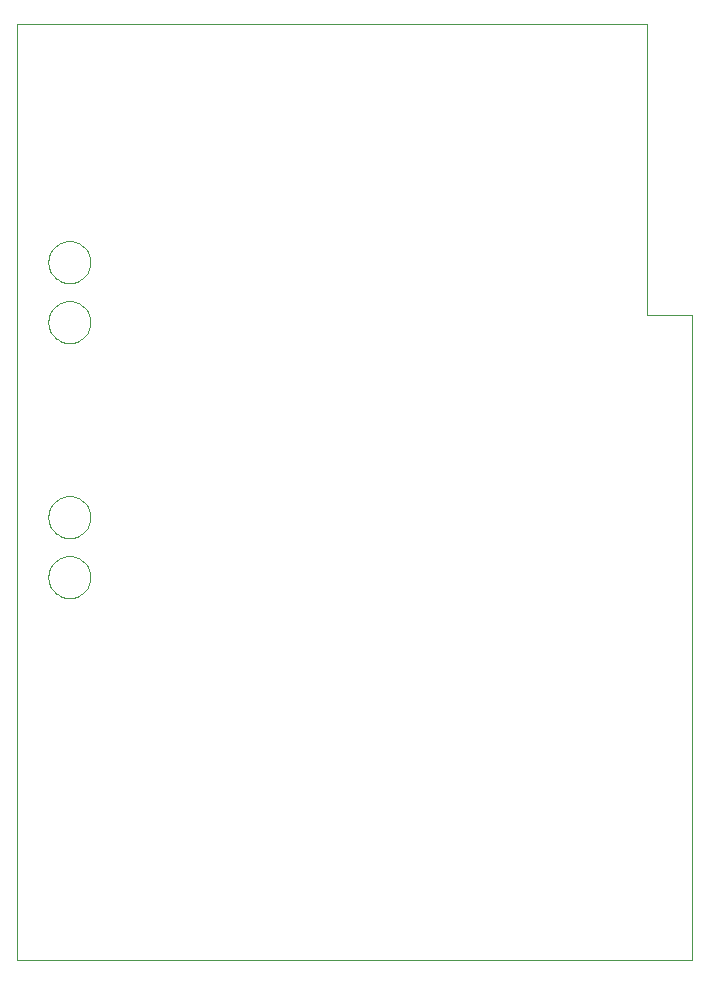
<source format=gko>
G75*
%MOIN*%
%OFA0B0*%
%FSLAX24Y24*%
%IPPOS*%
%LPD*%
%AMOC8*
5,1,8,0,0,1.08239X$1,22.5*
%
%ADD10C,0.0000*%
D10*
X001125Y003363D02*
X001125Y034563D01*
X022125Y034563D01*
X022125Y024863D01*
X023625Y024863D01*
X023625Y003363D01*
X001125Y003363D01*
X002175Y016113D02*
X002177Y016165D01*
X002183Y016217D01*
X002193Y016269D01*
X002206Y016319D01*
X002223Y016369D01*
X002244Y016417D01*
X002269Y016463D01*
X002297Y016507D01*
X002328Y016549D01*
X002362Y016589D01*
X002399Y016626D01*
X002439Y016660D01*
X002481Y016691D01*
X002525Y016719D01*
X002571Y016744D01*
X002619Y016765D01*
X002669Y016782D01*
X002719Y016795D01*
X002771Y016805D01*
X002823Y016811D01*
X002875Y016813D01*
X002927Y016811D01*
X002979Y016805D01*
X003031Y016795D01*
X003081Y016782D01*
X003131Y016765D01*
X003179Y016744D01*
X003225Y016719D01*
X003269Y016691D01*
X003311Y016660D01*
X003351Y016626D01*
X003388Y016589D01*
X003422Y016549D01*
X003453Y016507D01*
X003481Y016463D01*
X003506Y016417D01*
X003527Y016369D01*
X003544Y016319D01*
X003557Y016269D01*
X003567Y016217D01*
X003573Y016165D01*
X003575Y016113D01*
X003573Y016061D01*
X003567Y016009D01*
X003557Y015957D01*
X003544Y015907D01*
X003527Y015857D01*
X003506Y015809D01*
X003481Y015763D01*
X003453Y015719D01*
X003422Y015677D01*
X003388Y015637D01*
X003351Y015600D01*
X003311Y015566D01*
X003269Y015535D01*
X003225Y015507D01*
X003179Y015482D01*
X003131Y015461D01*
X003081Y015444D01*
X003031Y015431D01*
X002979Y015421D01*
X002927Y015415D01*
X002875Y015413D01*
X002823Y015415D01*
X002771Y015421D01*
X002719Y015431D01*
X002669Y015444D01*
X002619Y015461D01*
X002571Y015482D01*
X002525Y015507D01*
X002481Y015535D01*
X002439Y015566D01*
X002399Y015600D01*
X002362Y015637D01*
X002328Y015677D01*
X002297Y015719D01*
X002269Y015763D01*
X002244Y015809D01*
X002223Y015857D01*
X002206Y015907D01*
X002193Y015957D01*
X002183Y016009D01*
X002177Y016061D01*
X002175Y016113D01*
X002175Y018113D02*
X002177Y018165D01*
X002183Y018217D01*
X002193Y018269D01*
X002206Y018319D01*
X002223Y018369D01*
X002244Y018417D01*
X002269Y018463D01*
X002297Y018507D01*
X002328Y018549D01*
X002362Y018589D01*
X002399Y018626D01*
X002439Y018660D01*
X002481Y018691D01*
X002525Y018719D01*
X002571Y018744D01*
X002619Y018765D01*
X002669Y018782D01*
X002719Y018795D01*
X002771Y018805D01*
X002823Y018811D01*
X002875Y018813D01*
X002927Y018811D01*
X002979Y018805D01*
X003031Y018795D01*
X003081Y018782D01*
X003131Y018765D01*
X003179Y018744D01*
X003225Y018719D01*
X003269Y018691D01*
X003311Y018660D01*
X003351Y018626D01*
X003388Y018589D01*
X003422Y018549D01*
X003453Y018507D01*
X003481Y018463D01*
X003506Y018417D01*
X003527Y018369D01*
X003544Y018319D01*
X003557Y018269D01*
X003567Y018217D01*
X003573Y018165D01*
X003575Y018113D01*
X003573Y018061D01*
X003567Y018009D01*
X003557Y017957D01*
X003544Y017907D01*
X003527Y017857D01*
X003506Y017809D01*
X003481Y017763D01*
X003453Y017719D01*
X003422Y017677D01*
X003388Y017637D01*
X003351Y017600D01*
X003311Y017566D01*
X003269Y017535D01*
X003225Y017507D01*
X003179Y017482D01*
X003131Y017461D01*
X003081Y017444D01*
X003031Y017431D01*
X002979Y017421D01*
X002927Y017415D01*
X002875Y017413D01*
X002823Y017415D01*
X002771Y017421D01*
X002719Y017431D01*
X002669Y017444D01*
X002619Y017461D01*
X002571Y017482D01*
X002525Y017507D01*
X002481Y017535D01*
X002439Y017566D01*
X002399Y017600D01*
X002362Y017637D01*
X002328Y017677D01*
X002297Y017719D01*
X002269Y017763D01*
X002244Y017809D01*
X002223Y017857D01*
X002206Y017907D01*
X002193Y017957D01*
X002183Y018009D01*
X002177Y018061D01*
X002175Y018113D01*
X002175Y024613D02*
X002177Y024665D01*
X002183Y024717D01*
X002193Y024769D01*
X002206Y024819D01*
X002223Y024869D01*
X002244Y024917D01*
X002269Y024963D01*
X002297Y025007D01*
X002328Y025049D01*
X002362Y025089D01*
X002399Y025126D01*
X002439Y025160D01*
X002481Y025191D01*
X002525Y025219D01*
X002571Y025244D01*
X002619Y025265D01*
X002669Y025282D01*
X002719Y025295D01*
X002771Y025305D01*
X002823Y025311D01*
X002875Y025313D01*
X002927Y025311D01*
X002979Y025305D01*
X003031Y025295D01*
X003081Y025282D01*
X003131Y025265D01*
X003179Y025244D01*
X003225Y025219D01*
X003269Y025191D01*
X003311Y025160D01*
X003351Y025126D01*
X003388Y025089D01*
X003422Y025049D01*
X003453Y025007D01*
X003481Y024963D01*
X003506Y024917D01*
X003527Y024869D01*
X003544Y024819D01*
X003557Y024769D01*
X003567Y024717D01*
X003573Y024665D01*
X003575Y024613D01*
X003573Y024561D01*
X003567Y024509D01*
X003557Y024457D01*
X003544Y024407D01*
X003527Y024357D01*
X003506Y024309D01*
X003481Y024263D01*
X003453Y024219D01*
X003422Y024177D01*
X003388Y024137D01*
X003351Y024100D01*
X003311Y024066D01*
X003269Y024035D01*
X003225Y024007D01*
X003179Y023982D01*
X003131Y023961D01*
X003081Y023944D01*
X003031Y023931D01*
X002979Y023921D01*
X002927Y023915D01*
X002875Y023913D01*
X002823Y023915D01*
X002771Y023921D01*
X002719Y023931D01*
X002669Y023944D01*
X002619Y023961D01*
X002571Y023982D01*
X002525Y024007D01*
X002481Y024035D01*
X002439Y024066D01*
X002399Y024100D01*
X002362Y024137D01*
X002328Y024177D01*
X002297Y024219D01*
X002269Y024263D01*
X002244Y024309D01*
X002223Y024357D01*
X002206Y024407D01*
X002193Y024457D01*
X002183Y024509D01*
X002177Y024561D01*
X002175Y024613D01*
X002175Y026613D02*
X002177Y026665D01*
X002183Y026717D01*
X002193Y026769D01*
X002206Y026819D01*
X002223Y026869D01*
X002244Y026917D01*
X002269Y026963D01*
X002297Y027007D01*
X002328Y027049D01*
X002362Y027089D01*
X002399Y027126D01*
X002439Y027160D01*
X002481Y027191D01*
X002525Y027219D01*
X002571Y027244D01*
X002619Y027265D01*
X002669Y027282D01*
X002719Y027295D01*
X002771Y027305D01*
X002823Y027311D01*
X002875Y027313D01*
X002927Y027311D01*
X002979Y027305D01*
X003031Y027295D01*
X003081Y027282D01*
X003131Y027265D01*
X003179Y027244D01*
X003225Y027219D01*
X003269Y027191D01*
X003311Y027160D01*
X003351Y027126D01*
X003388Y027089D01*
X003422Y027049D01*
X003453Y027007D01*
X003481Y026963D01*
X003506Y026917D01*
X003527Y026869D01*
X003544Y026819D01*
X003557Y026769D01*
X003567Y026717D01*
X003573Y026665D01*
X003575Y026613D01*
X003573Y026561D01*
X003567Y026509D01*
X003557Y026457D01*
X003544Y026407D01*
X003527Y026357D01*
X003506Y026309D01*
X003481Y026263D01*
X003453Y026219D01*
X003422Y026177D01*
X003388Y026137D01*
X003351Y026100D01*
X003311Y026066D01*
X003269Y026035D01*
X003225Y026007D01*
X003179Y025982D01*
X003131Y025961D01*
X003081Y025944D01*
X003031Y025931D01*
X002979Y025921D01*
X002927Y025915D01*
X002875Y025913D01*
X002823Y025915D01*
X002771Y025921D01*
X002719Y025931D01*
X002669Y025944D01*
X002619Y025961D01*
X002571Y025982D01*
X002525Y026007D01*
X002481Y026035D01*
X002439Y026066D01*
X002399Y026100D01*
X002362Y026137D01*
X002328Y026177D01*
X002297Y026219D01*
X002269Y026263D01*
X002244Y026309D01*
X002223Y026357D01*
X002206Y026407D01*
X002193Y026457D01*
X002183Y026509D01*
X002177Y026561D01*
X002175Y026613D01*
M02*

</source>
